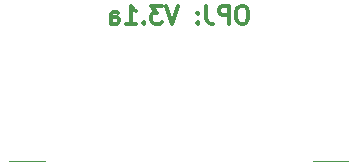
<source format=gbo>
G04 #@! TF.GenerationSoftware,KiCad,Pcbnew,(5.1.12)-1*
G04 #@! TF.CreationDate,2022-03-29T12:16:14+08:00*
G04 #@! TF.ProjectId,Nozzle,4e6f7a7a-6c65-42e6-9b69-6361645f7063,Gen3.1a*
G04 #@! TF.SameCoordinates,Original*
G04 #@! TF.FileFunction,Legend,Bot*
G04 #@! TF.FilePolarity,Positive*
%FSLAX46Y46*%
G04 Gerber Fmt 4.6, Leading zero omitted, Abs format (unit mm)*
G04 Created by KiCad (PCBNEW (5.1.12)-1) date 2022-03-29 12:16:14*
%MOMM*%
%LPD*%
G01*
G04 APERTURE LIST*
%ADD10C,0.300000*%
%ADD11C,0.120000*%
G04 APERTURE END LIST*
D10*
X143676000Y-50283371D02*
X143390285Y-50283371D01*
X143247428Y-50354800D01*
X143104571Y-50497657D01*
X143033142Y-50783371D01*
X143033142Y-51283371D01*
X143104571Y-51569085D01*
X143247428Y-51711942D01*
X143390285Y-51783371D01*
X143676000Y-51783371D01*
X143818857Y-51711942D01*
X143961714Y-51569085D01*
X144033142Y-51283371D01*
X144033142Y-50783371D01*
X143961714Y-50497657D01*
X143818857Y-50354800D01*
X143676000Y-50283371D01*
X142390285Y-51783371D02*
X142390285Y-50283371D01*
X141818857Y-50283371D01*
X141676000Y-50354800D01*
X141604571Y-50426228D01*
X141533142Y-50569085D01*
X141533142Y-50783371D01*
X141604571Y-50926228D01*
X141676000Y-50997657D01*
X141818857Y-51069085D01*
X142390285Y-51069085D01*
X140461714Y-50283371D02*
X140461714Y-51354800D01*
X140533142Y-51569085D01*
X140676000Y-51711942D01*
X140890285Y-51783371D01*
X141033142Y-51783371D01*
X139747428Y-51640514D02*
X139676000Y-51711942D01*
X139747428Y-51783371D01*
X139818857Y-51711942D01*
X139747428Y-51640514D01*
X139747428Y-51783371D01*
X139747428Y-50854800D02*
X139676000Y-50926228D01*
X139747428Y-50997657D01*
X139818857Y-50926228D01*
X139747428Y-50854800D01*
X139747428Y-50997657D01*
X138104571Y-50283371D02*
X137604571Y-51783371D01*
X137104571Y-50283371D01*
X136747428Y-50283371D02*
X135818857Y-50283371D01*
X136318857Y-50854800D01*
X136104571Y-50854800D01*
X135961714Y-50926228D01*
X135890285Y-50997657D01*
X135818857Y-51140514D01*
X135818857Y-51497657D01*
X135890285Y-51640514D01*
X135961714Y-51711942D01*
X136104571Y-51783371D01*
X136533142Y-51783371D01*
X136676000Y-51711942D01*
X136747428Y-51640514D01*
X135176000Y-51640514D02*
X135104571Y-51711942D01*
X135176000Y-51783371D01*
X135247428Y-51711942D01*
X135176000Y-51640514D01*
X135176000Y-51783371D01*
X133676000Y-51783371D02*
X134533142Y-51783371D01*
X134104571Y-51783371D02*
X134104571Y-50283371D01*
X134247428Y-50497657D01*
X134390285Y-50640514D01*
X134533142Y-50711942D01*
X132390285Y-51783371D02*
X132390285Y-50997657D01*
X132461714Y-50854800D01*
X132604571Y-50783371D01*
X132890285Y-50783371D01*
X133033142Y-50854800D01*
X132390285Y-51711942D02*
X132533142Y-51783371D01*
X132890285Y-51783371D01*
X133033142Y-51711942D01*
X133104571Y-51569085D01*
X133104571Y-51426228D01*
X133033142Y-51283371D01*
X132890285Y-51211942D01*
X132533142Y-51211942D01*
X132390285Y-51140514D01*
D11*
X126796800Y-63449200D02*
X123799600Y-63449200D01*
X149479000Y-63449200D02*
X152476200Y-63449200D01*
M02*

</source>
